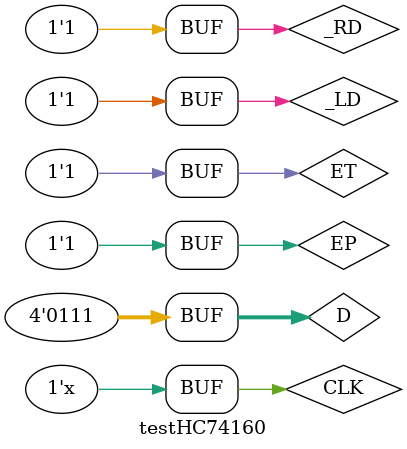
<source format=v>
module HC74160(
    input _LD,
    input _RD,
    input [3:0]D,
    input CLK,
    input EP,
    input ET,
    output [3:0]Q,
    output C
);
wire J1,K1,J2,K2,J3,K3,J4,K4;
wire T1;
assign T1= (EP&ET);

wire  TF0,TF1;
assign TF0=T1| (~_LD);
assign TF1=~&{D[0],(~_LD)};
assign J1=(~&{(~_LD),TF1}) & TF0;
assign K1=(TF0) &(TF1);

wire TF3,TF4;
assign TF3=(T1 & Q[0] & ~Q[3])|(~_LD);
assign TF4=~&{D[1],(~_LD)};
assign J2=(~&{(~_LD),TF4}) & TF3;
assign K2=(TF3) &(TF4);

wire TF5,TF6;
assign TF5 = (T1&Q[0]&Q[1])|(~_LD);
assign TF6 = ~&{D[2],(~_LD)};
assign J3=(~&{~_LD,(TF6)}) & TF5;
assign K3=TF5&TF6;

wire  TF7,TF8;
assign  TF7=((Q[2]&Q[1]&Q[0]&T1)|(Q[0]&T1&Q[3]))|(~_LD);
assign  TF8 = ~&{D[3],(~_LD)};
assign  J4 = (~&{(~_LD),TF8})&TF7;
assign  K4 = (TF8&TF7);

assign C=Q[3]&Q[0]&ET;
JK jk1(
    .J(J1),
    .K(K1),
    .C(~CLK),
    .R(~_RD),
    .Q(Q[0])
);

JK jk2(
    .J(J2),
    .K(K2),
    .C(~CLK),
    .R(~_RD),
    .Q(Q[1])
);


JK jk3(
    .J(J3),
    .K(K3),
    .C(~CLK),
    .R(~_RD),
    .Q(Q[2])
);

JK jk4(
    .J(J4),
    .K(K4),
    .C(~CLK),
    .R(~_RD),
    .Q(Q[3])
);

endmodule 

`timescale 1us/10ns
module testHC74160();
    reg _LD;
    reg _RD;
    reg [3:0]D;
    reg CLK;
    reg EP;
    reg ET;
    wire [3:0]Q;
    wire C;
HC74160 U1(
    _LD,
    _RD,
    D,
    CLK,
    EP,
    ET,
    Q,
    C
);
initial begin
    _LD=1;
    _RD=0;
    EP=1;
    ET=1;
    CLK=1;
    D=0;
    #0.5 
    _RD=1;
    #133;
    _RD=0;
    #1;
    _RD=1;
    _LD=0;
    D=7;
    #5
    _LD=1;






end
always begin
    #5 CLK=~CLK;
end

endmodule

</source>
